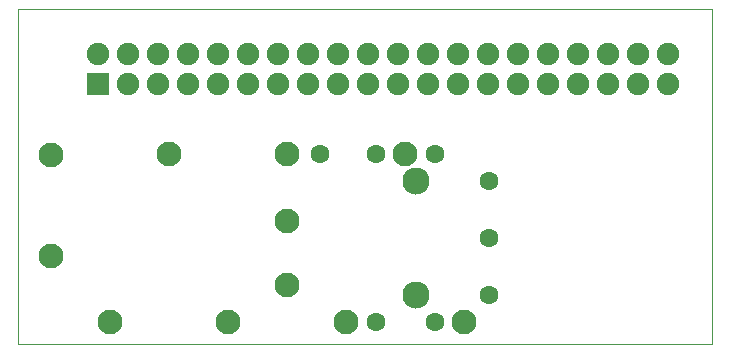
<source format=gbs>
%FSLAX23Y23*%
%MOMM*%
%AMPASTRA*
21,1,$5,$6,$1+$12,$2+$13,0*
21,1,$3,$4,$1+$12,$2+$13,0*
1,1,$7,$10+$12,$11+$13*
1,1,$7,$8+$12,$11+$13*
1,1,$7,$10+$12,$9+$13*
1,1,$7,$8+$12,$9+$13*%
%ADD10C,1.9*%
%ADD11R,1.9X1.9*%
%ADD12C,0.2*%
%ADD13PASTRA,0X0X1.9X0.633X0.633X1.9X1.267X-0.317X-0.317X0.317X0.317X0X0*%
%ADD14C,0.16*%
%ADD15R,2.1X0.6*%
%ADD16C,2.3*%
%ADD17C,2.1*%
%ADD18C,1.6*%
%ADD19C,0.24*%
%ADD20C,0.05*%
%LPD*%
G54D10*
X17040Y24380D03*
G54D10*
X19580Y24380D03*
G54D10*
X22120Y24380D03*
G54D10*
X24660Y24380D03*
G54D10*
X27200Y24380D03*
G54D10*
X29740Y24380D03*
G54D10*
X32280Y24380D03*
G54D10*
X34820Y24380D03*
G54D10*
X37360Y24380D03*
G54D10*
X39900Y24380D03*
G54D10*
X42440Y24380D03*
G54D10*
X44980Y24380D03*
G54D10*
X47520Y24380D03*
G54D10*
X50060Y24380D03*
G54D10*
X52600Y24380D03*
G54D10*
X55140Y24380D03*
G54D10*
X57680Y24380D03*
G54D10*
X60220Y24380D03*
G54D10*
X62760Y24380D03*
G54D10*
X65300Y24380D03*
G54D11*
X17040Y21840D03*
G54D10*
X19580Y21840D03*
G54D10*
X22120Y21840D03*
G54D10*
X24660Y21840D03*
G54D10*
X27200Y21840D03*
G54D10*
X29740Y21840D03*
G54D10*
X32280Y21840D03*
G54D10*
X34820Y21840D03*
G54D10*
X37360Y21840D03*
G54D10*
X39900Y21840D03*
G54D10*
X42440Y21840D03*
G54D10*
X44980Y21840D03*
G54D10*
X47520Y21840D03*
G54D10*
X50060Y21840D03*
G54D10*
X52600Y21840D03*
G54D10*
X55140Y21840D03*
G54D10*
X57680Y21840D03*
G54D10*
X60220Y21840D03*
G54D10*
X62760Y21840D03*
G54D10*
X65300Y21840D03*
G54D16*
X43940Y4040D03*
G54D16*
X43940Y13640D03*
G54D17*
X43040Y15940D03*
G54D17*
X48040Y1740D03*
G54D17*
X38040Y1740D03*
G54D17*
X33040Y15940D03*
G54D17*
X28040Y1740D03*
G54D17*
X18040Y1740D03*
G54D17*
X23040Y15940D03*
G54D17*
X13040Y15840D03*
G54D17*
X33040Y4840D03*
G54D17*
X33040Y10240D03*
G54D17*
X13040Y7340D03*
G54D18*
X40540Y15940D03*
G54D18*
X45540Y15940D03*
G54D18*
X45540Y1740D03*
G54D18*
X40540Y1740D03*
G54D18*
X35840Y15940D03*
G54D18*
X50140Y13640D03*
G54D18*
X50140Y8840D03*
G54D18*
X50140Y4040D03*
G54D20*
X10240Y28240D02*
X69040Y28240D01*
G54D20*
X69040Y-00160D02*
X69040Y28240D01*
G54D20*
X10240Y-00160D02*
X69040Y-00160D01*
G54D20*
X10240Y28240D02*
X10240Y-00160D01*
M02*

</source>
